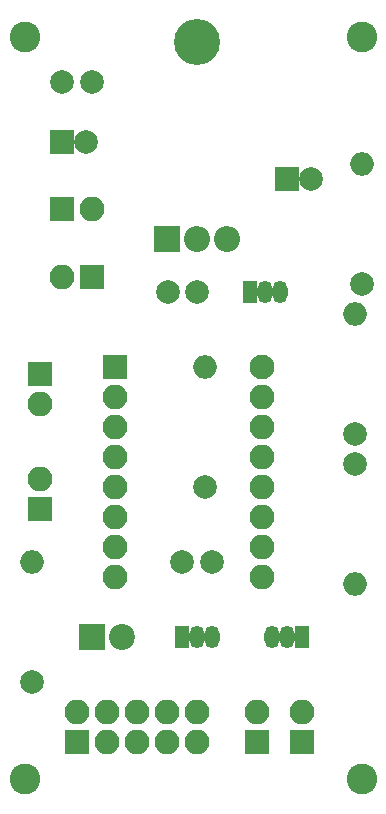
<source format=gbr>
G04 #@! TF.FileFunction,Soldermask,Top*
%FSLAX46Y46*%
G04 Gerber Fmt 4.6, Leading zero omitted, Abs format (unit mm)*
G04 Created by KiCad (PCBNEW 4.0.7) date 04/16/18 14:41:09*
%MOMM*%
%LPD*%
G01*
G04 APERTURE LIST*
%ADD10C,0.100000*%
%ADD11C,2.000000*%
%ADD12R,2.100000X2.100000*%
%ADD13O,2.100000X2.100000*%
%ADD14O,3.900000X3.900000*%
%ADD15R,2.200000X2.200000*%
%ADD16O,2.200000X2.200000*%
%ADD17O,1.300000X1.900000*%
%ADD18R,1.300000X1.900000*%
%ADD19R,2.000000X2.000000*%
%ADD20C,2.200000*%
%ADD21C,2.600000*%
%ADD22C,2.100000*%
%ADD23O,2.000000X2.000000*%
G04 APERTURE END LIST*
D10*
D11*
X112395000Y-76835000D03*
X114895000Y-76835000D03*
D12*
X100330000Y-60960000D03*
D13*
X100330000Y-63500000D03*
D12*
X100330000Y-72390000D03*
D13*
X100330000Y-69850000D03*
D14*
X113665000Y-32870000D03*
D15*
X111125000Y-49530000D03*
D16*
X113665000Y-49530000D03*
X116205000Y-49530000D03*
D17*
X113665000Y-83185000D03*
X114935000Y-83185000D03*
D18*
X112395000Y-83185000D03*
D19*
X102235000Y-41275000D03*
D11*
X104235000Y-41275000D03*
D15*
X104775000Y-83185000D03*
D20*
X107315000Y-83185000D03*
D12*
X122555000Y-92075000D03*
D13*
X122555000Y-89535000D03*
D12*
X118745000Y-92075000D03*
D13*
X118745000Y-89535000D03*
D11*
X113665000Y-53975000D03*
X111165000Y-53975000D03*
X102235000Y-36195000D03*
X104735000Y-36195000D03*
D19*
X121285000Y-44450000D03*
D11*
X123285000Y-44450000D03*
D12*
X103505000Y-92075000D03*
D13*
X103505000Y-89535000D03*
X106045000Y-92075000D03*
X106045000Y-89535000D03*
X108585000Y-92075000D03*
X108585000Y-89535000D03*
X111125000Y-92075000D03*
X111125000Y-89535000D03*
X113665000Y-92075000D03*
X113665000Y-89535000D03*
D12*
X104775000Y-52705000D03*
D13*
X102235000Y-52705000D03*
D17*
X121285000Y-83185000D03*
X120015000Y-83185000D03*
D18*
X122555000Y-83185000D03*
D17*
X119380000Y-53975000D03*
X120650000Y-53975000D03*
D18*
X118110000Y-53975000D03*
D21*
X127635000Y-32385000D03*
X99060000Y-32385000D03*
X127635000Y-95250000D03*
X99060000Y-95250000D03*
D12*
X102235000Y-46990000D03*
D13*
X104775000Y-46990000D03*
X119180000Y-78105000D03*
X119180000Y-75565000D03*
X119180000Y-73025000D03*
X119180000Y-70485000D03*
X119180000Y-67945000D03*
X119180000Y-65405000D03*
X119180000Y-62865000D03*
D22*
X119180000Y-60325000D03*
D12*
X106680000Y-60325000D03*
D13*
X106680000Y-62865000D03*
X106680000Y-65405000D03*
X106680000Y-67945000D03*
X106680000Y-70485000D03*
X106680000Y-73025000D03*
X106680000Y-75565000D03*
X106680000Y-78105000D03*
D11*
X99695000Y-86995000D03*
D23*
X99695000Y-76835000D03*
D11*
X114300000Y-70485000D03*
D23*
X114300000Y-60325000D03*
D11*
X127635000Y-53340000D03*
D23*
X127635000Y-43180000D03*
D11*
X127000000Y-68580000D03*
D23*
X127000000Y-78740000D03*
D11*
X127000000Y-66040000D03*
D23*
X127000000Y-55880000D03*
M02*

</source>
